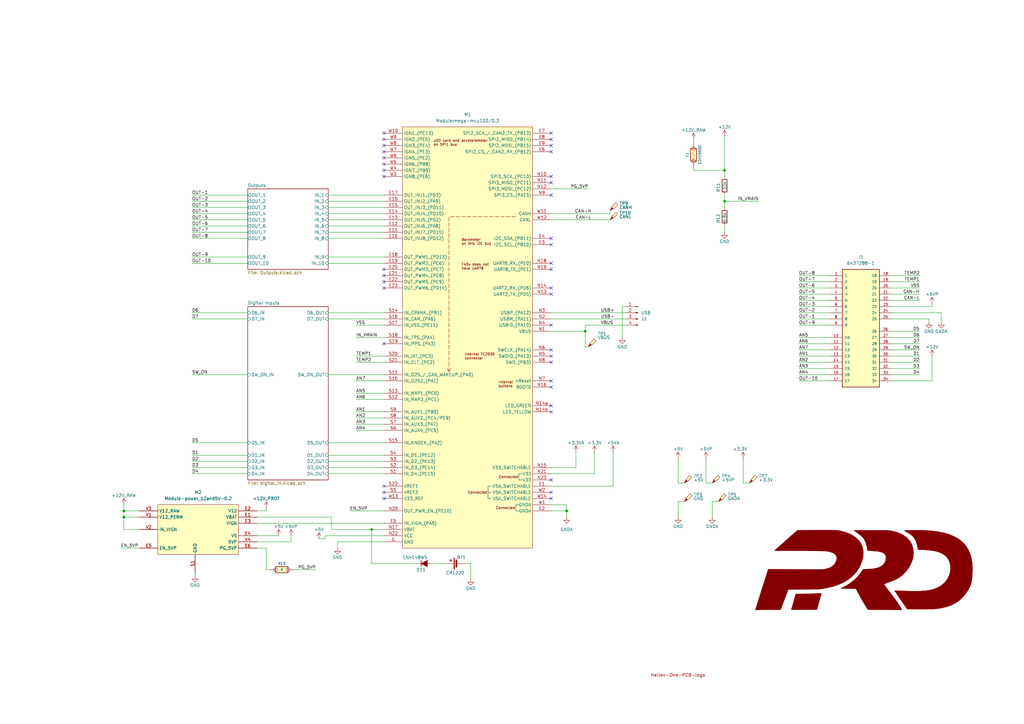
<source format=kicad_sch>
(kicad_sch (version 20230121) (generator eeschema)
  (paper "A3")
  (lib_symbols
    (symbol "6437288-1:6437288-1" (pin_names (offset 1.016))
      (property "Reference" "J" (at -7.8781 25.6875 0))
      (property "Value" "6437288-1" (at -8.3892 -24.9507 0))
      (symbol "6437288-1_0_0"
        (pin passive line (at -12.7 22.86 0) (length 5.08) (name "1") (number "1"))
        (pin passive line (at -12.7 -2.54 0) (length 5.08) (name "10") (number "10"))
        (pin passive line (at -12.7 -5.08 0) (length 5.08) (name "11") (number "11"))
        (pin passive line (at -12.7 -7.62 0) (length 5.08) (name "12") (number "12"))
        (pin passive line (at -12.7 -10.16 0) (length 5.08) (name "13") (number "13"))
        (pin passive line (at -12.7 -12.7 0) (length 5.08) (name "14") (number "14"))
        (pin passive line (at -12.7 -15.24 0) (length 5.08) (name "15") (number "15"))
        (pin passive line (at -12.7 -17.78 0) (length 5.08) (name "16") (number "16"))
        (pin passive line (at -12.7 -20.32 0) (length 5.08) (name "17") (number "17"))
        (pin passive line (at 12.7 22.86 180) (length 5.08) (name "18") (number "18"))
        (pin passive line (at 12.7 20.32 180) (length 5.08) (name "19") (number "19"))
        (pin passive line (at -12.7 20.32 0) (length 5.08) (name "2") (number "2"))
        (pin passive line (at 12.7 17.78 180) (length 5.08) (name "20") (number "20"))
        (pin passive line (at 12.7 15.24 180) (length 5.08) (name "21") (number "21"))
        (pin passive line (at 12.7 12.7 180) (length 5.08) (name "22") (number "22"))
        (pin passive line (at 12.7 10.16 180) (length 5.08) (name "23") (number "23"))
        (pin passive line (at 12.7 7.62 180) (length 5.08) (name "24") (number "24"))
        (pin passive line (at 12.7 5.08 180) (length 5.08) (name "25") (number "25"))
        (pin passive line (at 12.7 0 180) (length 5.08) (name "26") (number "26"))
        (pin passive line (at 12.7 -2.54 180) (length 5.08) (name "27") (number "27"))
        (pin passive line (at 12.7 -5.08 180) (length 5.08) (name "28") (number "28"))
        (pin passive line (at 12.7 -7.62 180) (length 5.08) (name "29") (number "29"))
        (pin passive line (at -12.7 17.78 0) (length 5.08) (name "3") (number "3"))
        (pin passive line (at 12.7 -10.16 180) (length 5.08) (name "30") (number "30"))
        (pin passive line (at 12.7 -12.7 180) (length 5.08) (name "31") (number "31"))
        (pin passive line (at 12.7 -15.24 180) (length 5.08) (name "32") (number "32"))
        (pin passive line (at 12.7 -17.78 180) (length 5.08) (name "33") (number "33"))
        (pin passive line (at 12.7 -20.32 180) (length 5.08) (name "34") (number "34"))
        (pin passive line (at -12.7 15.24 0) (length 5.08) (name "4") (number "4"))
        (pin passive line (at -12.7 12.7 0) (length 5.08) (name "5") (number "5"))
        (pin passive line (at -12.7 10.16 0) (length 5.08) (name "6") (number "6"))
        (pin passive line (at -12.7 7.62 0) (length 5.08) (name "7") (number "7"))
        (pin passive line (at -12.7 5.08 0) (length 5.08) (name "8") (number "8"))
        (pin passive line (at -12.7 2.54 0) (length 5.08) (name "9") (number "9"))
      )
    )
    (symbol "Connector:Conn_01x04_Pin" (pin_names (offset 1.016) hide)
      (property "Reference" "J" (at 0 5.08 0))
      (property "Value" "Conn_01x04_Pin" (at 0 -7.62 0))
      (symbol "Conn_01x04_Pin_1_1"
        (pin passive line (at 5.08 2.54 180) (length 3.81) (name "Pin_1") (number "1"))
        (pin passive line (at 5.08 0 180) (length 3.81) (name "Pin_2") (number "2"))
        (pin passive line (at 5.08 -2.54 180) (length 3.81) (name "Pin_3") (number "3"))
        (pin passive line (at 5.08 -5.08 180) (length 3.81) (name "Pin_4") (number "4"))
      )
    )
    (symbol "Connector:TestPoint_Probe" (pin_numbers hide) (pin_names (offset 0.762) hide)
      (property "Reference" "TP" (at 1.651 5.842 0))
      (property "Value" "TestPoint_Probe" (at 1.651 4.064 0))
      (symbol "TestPoint_Probe_1_1"
        (pin passive line (at 0 0 90) (length 0) (name "1") (number "1"))
      )
    )
    (symbol "Device:Battery_Cell" (pin_numbers hide) (pin_names (offset 0) hide)
      (property "Reference" "BT" (at 2.54 2.54 0))
      (property "Value" "Battery_Cell" (at 2.54 0 0))
      (symbol "Battery_Cell_1_1"
        (pin passive line (at 0 5.08 270) (length 2.54) (name "+") (number "1"))
        (pin passive line (at 0 -2.54 90) (length 2.54) (name "-") (number "2"))
      )
    )
    (symbol "Device:D_Filled" (pin_numbers hide) (pin_names (offset 1.016) hide)
      (property "Reference" "D" (at 0 2.54 0))
      (property "Value" "D_Filled" (at 0 -2.54 0))
      (symbol "D_Filled_1_1"
        (pin passive line (at -3.81 0 0) (length 2.54) (name "K") (number "1"))
        (pin passive line (at 3.81 0 180) (length 2.54) (name "A") (number "2"))
      )
    )
    (symbol "Device:R" (pin_numbers hide) (pin_names (offset 0))
      (property "Reference" "R" (at 2.032 0 90))
      (property "Value" "R" (at 0 0 90))
      (symbol "R_1_1"
        (pin passive line (at 0 3.81 270) (length 1.27) (name "~") (number "1"))
        (pin passive line (at 0 -3.81 90) (length 1.27) (name "~") (number "2"))
      )
    )
    (symbol "PRO_LOGO_FT:LOGO" (pin_names (offset 1.016)))
    (symbol "hellen-one-common:+12V_PROT" (power) (pin_names (offset 0))
      (property "Value" "+12V_PROT" (at 0 3.556 0))
      (symbol "+12V_PROT_1_1"
        (pin power_in line (at 0 0 90) (length 0) hide (name "+12V_PROT") (number "1"))
      )
    )
    (symbol "hellen-one-common:LOGO" (pin_names (offset 1.016))
      (symbol "LOGO_0_0"
        (text "" (at 35.56 6.35 0) (effects (font (size 1.27 1.27))))
        (text "Hellen-One-PCB-logo" (at 0 0 0) (effects (font (size 1.27 1.27))))
      )
    )
    (symbol "mega-mcu100:Module{colon}mega-mcu100/0.3"
      (property "Reference" "M100" (at 7.62 2.54 0))
      (property "Value" "Module:mega-mcu100/0.3" (at 7.62 -172.72 0))
      (symbol "Module{colon}mega-mcu100/0.3_1_0"
        (text "Barometer\non this I2C bus" (at 31.75 -44.45 0) (effects (font (size 1.016 1.016)) (justify left)))
        (text "Connected" (at 34.29 -147.32 0) (effects (font (size 1.016 1.016) italic) (justify left)))
        (text "Connected" (at 45.72 -153.67 0) (effects (font (size 1.016 1.016) italic) (justify left)))
        (text "Connected" (at 46.99 -140.97 0) (effects (font (size 1.016 1.016) italic) (justify left)))
        (text "F40x does not\nhave UART8" (at 31.75 -54.61 0) (effects (font (size 1.016 1.016)) (justify left)))
        (text "Internal\nbuttons" (at 46.99 -102.87 0) (effects (font (size 1.016 1.016)) (justify left)))
        (text "Internal TC2030\nconnector" (at 33.02 -91.44 0) (effects (font (size 1.016 1.016)) (justify left)))
        (text "uSD card and accelerometer \non SPI1 bus" (at 20.32 -3.81 0) (effects (font (size 1.016 1.016)) (justify left)))
        (pin passive line (at 68.58 -144.78 180) (length 7.62) (name "V5A_SWITCHABLE") (number "E1"))
        (pin passive line (at 0 -43.18 0) (length 7.62) (name "OUT_INJ8_(PD12)") (number "E10"))
        (pin passive line (at 0 -40.64 0) (length 7.62) (name "OUT_INJ7_(PD15)") (number "E11"))
        (pin passive line (at 0 -38.1 0) (length 7.62) (name "OUT_INJ6_(PA8)") (number "E12"))
        (pin passive line (at 0 -35.56 0) (length 7.62) (name "OUT_INJ5_(PD2)") (number "E13"))
        (pin passive line (at 0 -33.02 0) (length 7.62) (name "OUT_INJ4_(PD10)") (number "E14"))
        (pin passive line (at 0 -30.48 0) (length 7.62) (name "OUT_INJ3_(PD11)") (number "E15"))
        (pin passive line (at 0 -27.94 0) (length 7.62) (name "OUT_INJ2_(PA9)") (number "E16"))
        (pin passive line (at 0 -25.4 0) (length 7.62) (name "OUT_INJ1_(PD3)") (number "E17"))
        (pin passive line (at 0 -50.8 0) (length 7.62) (name "OUT_PWM1_(PD13)") (number "E18"))
        (pin passive line (at 0 -53.34 0) (length 7.62) (name "OUT_PWM2_(PC6)") (number "E19"))
        (pin passive line (at 68.58 -154.94 180) (length 7.62) (name "GNDA") (number "E2"))
        (pin passive line (at 0 -55.88 0) (length 7.62) (name "OUT_PWM3_(PC7)") (number "E20"))
        (pin passive line (at 0 -58.42 0) (length 7.62) (name "OUT_PWM4_(PC8)") (number "E21"))
        (pin passive line (at 0 -60.96 0) (length 7.62) (name "OUT_PWM5_(PC9)") (number "E22"))
        (pin passive line (at 0 -63.5 0) (length 7.62) (name "OUT_PWM6_(PD14)") (number "E23"))
        (pin passive line (at 68.58 -45.72 180) (length 7.62) (name "I2C_SCL_(PB10)") (number "E3"))
        (pin passive line (at 68.58 -43.18 180) (length 7.62) (name "I2C_SDA_(PB11)") (number "E4"))
        (pin passive line (at 0 -160.02 0) (length 7.62) (name "IN_VIGN_(PA5)") (number "E5"))
        (pin passive line (at 68.58 -7.62 180) (length 7.62) (name "SPI2_CS_/_CAN2_RX_(PB12)") (number "E6"))
        (pin passive line (at 68.58 0 180) (length 7.62) (name "SPI2_SCK_/_CAN2_TX_(PB13)") (number "E7"))
        (pin passive line (at 68.58 -2.54 180) (length 7.62) (name "SPI2_MISO_(PB14)") (number "E8"))
        (pin passive line (at 68.58 -5.08 180) (length 7.62) (name "SPI2_MOSI_(PB15)") (number "E9"))
        (pin passive line (at 0 -167.64 0) (length 7.62) (name "GND") (number "G"))
        (pin passive line (at 68.58 -81.28 180) (length 7.62) (name "VBUS") (number "N1"))
        (pin passive line (at 68.58 -17.78 180) (length 7.62) (name "SPI3_SCK_(PC10)") (number "N10"))
        (pin passive line (at 68.58 -20.32 180) (length 7.62) (name "SPI3_MISO_(PC11)") (number "N11"))
        (pin passive line (at 68.58 -22.86 180) (length 7.62) (name "SPI3_MOSI_(PC12)") (number "N12"))
        (pin passive line (at 68.58 -66.04 180) (length 7.62) (name "UART2_TX_(PD5)") (number "N13"))
        (pin passive line (at 68.58 -63.5 180) (length 7.62) (name "UART2_RX_(PD6)") (number "N14"))
        (pin passive line (at 68.58 -111.76 180) (length 7.62) (name "LED_GREEN") (number "N14a"))
        (pin passive line (at 68.58 -114.3 180) (length 7.62) (name "LED_YELLOW") (number "N14b"))
        (pin passive line (at 68.58 -137.16 180) (length 7.62) (name "V33_SWITCHABLE") (number "N15"))
        (pin passive line (at 68.58 -104.14 180) (length 7.62) (name "BOOT0") (number "N16"))
        (pin passive line (at 0 -162.56 0) (length 7.62) (name "VBAT") (number "N17"))
        (pin passive line (at 68.58 -53.34 180) (length 7.62) (name "UART8_RX_(PE0)") (number "N18"))
        (pin passive line (at 68.58 -55.88 180) (length 7.62) (name "UART8_TX_(PE1)") (number "N19"))
        (pin passive line (at 68.58 -76.2 180) (length 7.62) (name "USBM_(PA11)") (number "N2"))
        (pin passive line (at 0 -154.94 0) (length 7.62) (name "OUT_PWR_EN_(PE10)") (number "N20"))
        (pin passive line (at 68.58 -139.7 180) (length 7.62) (name "V33") (number "N21"))
        (pin passive line (at 0 -165.1 0) (length 7.62) (name "VCC") (number "N22"))
        (pin passive line (at 68.58 -142.24 180) (length 7.62) (name "V33") (number "N23"))
        (pin passive line (at 68.58 -73.66 180) (length 7.62) (name "USBP_(PA12)") (number "N3"))
        (pin passive line (at 68.58 -78.74 180) (length 7.62) (name "USBID_(PA10)") (number "N4"))
        (pin passive line (at 68.58 -91.44 180) (length 7.62) (name "SWDIO_(PA13)") (number "N5"))
        (pin passive line (at 68.58 -88.9 180) (length 7.62) (name "SWCLK_(PA14)") (number "N6"))
        (pin passive line (at 68.58 -101.6 180) (length 7.62) (name "nReset") (number "N7"))
        (pin passive line (at 68.58 -93.98 180) (length 7.62) (name "SWO_(PB3)") (number "N8"))
        (pin passive line (at 68.58 -25.4 180) (length 7.62) (name "SPI3_CS_(PA15)") (number "N9"))
        (pin passive line (at 0 -139.7 0) (length 7.62) (name "IN_D4_(PE15)") (number "S1"))
        (pin passive line (at 0 -101.6 0) (length 7.62) (name "IN_O2S2_(PA1)") (number "S10"))
        (pin passive line (at 0 -99.06 0) (length 7.62) (name "IN_O2S_/_CAN_WAKEUP_(PA0)") (number "S11"))
        (pin passive line (at 0 -109.22 0) (length 7.62) (name "IN_MAP2_(PC1)") (number "S12"))
        (pin passive line (at 0 -106.68 0) (length 7.62) (name "IN_MAP1_(PC0)") (number "S13"))
        (pin passive line (at 0 -73.66 0) (length 7.62) (name "IN_CRANK_(PB1)") (number "S14"))
        (pin passive line (at 0 -127 0) (length 7.62) (name "IN_KNOCK_(PA2)") (number "S15"))
        (pin passive line (at 0 -76.2 0) (length 7.62) (name "IN_CAM_(PA6)") (number "S16"))
        (pin passive line (at 0 -78.74 0) (length 7.62) (name "IN_VSS_(PE11)") (number "S17"))
        (pin passive line (at 0 -83.82 0) (length 7.62) (name "IN_TPS_(PA4)") (number "S18"))
        (pin passive line (at 0 -86.36 0) (length 7.62) (name "IN_PPS_(PA3)") (number "S19"))
        (pin passive line (at 0 -137.16 0) (length 7.62) (name "IN_D3_(PE14)") (number "S2"))
        (pin passive line (at 0 -91.44 0) (length 7.62) (name "IN_IAT_(PC3)") (number "S20"))
        (pin passive line (at 0 -93.98 0) (length 7.62) (name "IN_CLT_(PC2)") (number "S21"))
        (pin passive line (at 0 -144.78 0) (length 7.62) (name "VREF1") (number "S22"))
        (pin passive line (at 0 -134.62 0) (length 7.62) (name "IN_D2_(PE13)") (number "S3"))
        (pin passive line (at 0 -132.08 0) (length 7.62) (name "IN_D1_(PE12)") (number "S4"))
        (pin passive line (at 0 -147.32 0) (length 7.62) (name "VREF2") (number "S5"))
        (pin passive line (at 0 -121.92 0) (length 7.62) (name "IN_AUX4_(PC5)") (number "S6"))
        (pin passive line (at 0 -119.38 0) (length 7.62) (name "IN_AUX3_(PA7)") (number "S7"))
        (pin passive line (at 0 -116.84 0) (length 7.62) (name "IN_AUX2_(PC4/PE9)") (number "S8"))
        (pin passive line (at 0 -114.3 0) (length 7.62) (name "IN_AUX1_(PB0)") (number "S9"))
        (pin passive line (at 68.58 -152.4 180) (length 7.62) (name "GNDA") (number "W1"))
        (pin passive line (at 0 0 0) (length 7.62) (name "IGN1_(PC13)") (number "W10"))
        (pin passive line (at 68.58 -33.02 180) (length 7.62) (name "CANH") (number "W11"))
        (pin passive line (at 68.58 -35.56 180) (length 7.62) (name "CANL") (number "W12"))
        (pin passive line (at 0 -149.86 0) (length 7.62) (name "V33_REF") (number "W13"))
        (pin passive line (at 68.58 -149.86 180) (length 7.62) (name "V5A_SWITCHABLE") (number "W14"))
        (pin passive line (at 68.58 -147.32 180) (length 7.62) (name "V5A_SWITCHABLE") (number "W2"))
        (pin passive line (at 0 -17.78 0) (length 7.62) (name "IGN8_(PE6)") (number "W3"))
        (pin passive line (at 0 -15.24 0) (length 7.62) (name "IGN7_(PB9)") (number "W4"))
        (pin passive line (at 0 -12.7 0) (length 7.62) (name "IGN6_(PB8)") (number "W5"))
        (pin passive line (at 0 -10.16 0) (length 7.62) (name "IGN5_(PE2)") (number "W6"))
        (pin passive line (at 0 -7.62 0) (length 7.62) (name "IGN4_(PE3)") (number "W7"))
        (pin passive line (at 0 -5.08 0) (length 7.62) (name "IGN3_(PE4)") (number "W8"))
        (pin passive line (at 0 -2.54 0) (length 7.62) (name "IGN2_(PE5)") (number "W9"))
      )
    )
    (symbol "misc:+12V_RAW" (power) (pin_names (offset 0))
      (property "Value" "+12V_RAW" (at 0 3.556 0))
      (symbol "+12V_RAW_1_1"
        (pin power_in line (at 0 0 90) (length 0) hide (name "+12V_RAW") (number "1"))
      )
    )
    (symbol "misc:Fuse-Pad-Pad" (pin_numbers hide) (pin_names (offset 0.762) hide)
      (property "Reference" "F" (at 0 2.54 0))
      (symbol "Fuse-Pad-Pad_0_1"
        (pin passive line (at -5.08 0 0) (length 2.54) (name "1") (number "1"))
        (pin passive line (at 5.08 0 180) (length 2.54) (name "2") (number "2"))
      )
    )
    (symbol "misc:Jumper-Pad-Pad" (pin_numbers hide) (pin_names (offset 0.762) hide)
      (property "Reference" "R" (at 0 2.54 0))
      (symbol "Jumper-Pad-Pad_0_1"
        (pin passive line (at -5.08 0 0) (length 2.54) (name "1") (number "1"))
        (pin passive line (at 5.08 0 180) (length 2.54) (name "2") (number "2"))
      )
    )
    (symbol "power:+12V" (power) (pin_names (offset 0))
      (property "Value" "+12V" (at 0 3.556 0))
      (symbol "+12V_1_1"
        (pin power_in line (at 0 0 90) (length 0) hide (name "+12V") (number "1"))
      )
    )
    (symbol "power:+3.3V" (power) (pin_names (offset 0))
      (property "Value" "+3.3V" (at 0 3.556 0))
      (symbol "+3.3V_1_1"
        (pin power_in line (at 0 0 90) (length 0) hide (name "+3.3V") (number "1"))
      )
    )
    (symbol "power:+3.3VA" (power) (pin_names (offset 0))
      (property "Value" "+3.3VA" (at 0 3.556 0))
      (symbol "+3.3VA_1_1"
        (pin power_in line (at 0 0 90) (length 0) hide (name "+3.3VA") (number "1"))
      )
    )
    (symbol "power:+5V" (power) (pin_names (offset 0))
      (property "Value" "+5V" (at 0 3.556 0))
      (symbol "+5V_1_1"
        (pin power_in line (at 0 0 90) (length 0) hide (name "+5V") (number "1"))
      )
    )
    (symbol "power:+5VA" (power) (pin_names (offset 0))
      (property "Value" "+5VA" (at 0 3.556 0))
      (symbol "+5VA_1_1"
        (pin power_in line (at 0 0 90) (length 0) hide (name "+5VA") (number "1"))
      )
    )
    (symbol "power:+5VP" (power) (pin_names (offset 0))
      (property "Value" "+5VP" (at 0 3.556 0))
      (symbol "+5VP_1_1"
        (pin power_in line (at 0 0 90) (length 0) hide (name "+5VP") (number "1"))
      )
    )
    (symbol "power:GND" (power) (pin_names (offset 0))
      (property "Value" "GND" (at 0 -3.81 0))
      (symbol "GND_1_1"
        (pin power_in line (at 0 0 270) (length 0) hide (name "GND") (number "1"))
      )
    )
    (symbol "power:GNDA" (power) (pin_names (offset 0))
      (property "Value" "GNDA" (at 0 -3.81 0))
      (symbol "GNDA_1_1"
        (pin power_in line (at 0 0 270) (length 0) hide (name "GNDA") (number "1"))
      )
    )
    (symbol "power_12and5V:Module-power_12and5V-0.2"
      (property "Reference" "M" (at 1.27 1.27 0))
      (property "Value" "Module-power_12and5V-0.2" (at -1.27 3.81 0))
      (symbol "Module-power_12and5V-0.2_1_0"
        (pin passive line (at 40.64 -5.08 180) (length 7.62) (name "VBAT") (number "E1"))
        (pin passive line (at 40.64 -2.54 180) (length 7.62) (name "V12") (number "E2"))
        (pin passive line (at 40.64 -7.62 180) (length 7.62) (name "VIGN") (number "E3"))
        (pin passive line (at 40.64 -12.7 180) (length 7.62) (name "V5") (number "E4"))
        (pin passive line (at -7.62 -17.78 0) (length 7.62) (name "EN_5VP") (number "E5"))
        (pin passive line (at 40.64 -17.78 180) (length 7.62) (name "PG_5VP") (number "E6"))
        (pin passive line (at 15.24 -27.94 90) (length 7.62) (name "GND") (number "S1"))
        (pin passive line (at -7.62 -5.08 0) (length 7.62) (name "V12_PERM") (number "V1"))
        (pin passive line (at -7.62 -10.16 0) (length 7.62) (name "IN_VIGN") (number "V2"))
        (pin passive line (at -7.62 -2.54 0) (length 7.62) (name "V12_RAW") (number "V3"))
        (pin passive line (at 40.64 -15.24 180) (length 7.62) (name "5VP") (number "V4"))
      )
    )
  )
  (junction (at 50.8 212.09))
  (junction (at 297.18 82.55))
  (junction (at 152.4 217.17))
  (junction (at 297.18 69.85))
  (junction (at 50.8 209.55))
  (junction (at 240.03 135.89))
  (junction (at 232.41 209.55))
  (no_connect (at 226.06 158.75))
  (no_connect (at 226.06 57.15))
  (no_connect (at 157.48 201.93))
  (no_connect (at 157.48 110.49))
  (no_connect (at 157.48 69.85))
  (no_connect (at 226.06 204.47))
  (no_connect (at 226.06 146.05))
  (no_connect (at 226.06 97.79))
  (no_connect (at 157.48 72.39))
  (no_connect (at 157.48 204.47))
  (no_connect (at 157.48 62.23))
  (no_connect (at 226.06 59.69))
  (no_connect (at 157.48 118.11))
  (no_connect (at 226.06 74.93))
  (no_connect (at 226.06 156.21))
  (no_connect (at 226.06 201.93))
  (no_connect (at 226.06 107.95))
  (no_connect (at 226.06 168.91))
  (no_connect (at 157.48 67.31))
  (no_connect (at 226.06 62.23))
  (no_connect (at 226.06 148.59))
  (no_connect (at 226.06 72.39))
  (no_connect (at 226.06 120.65))
  (no_connect (at 226.06 80.01))
  (no_connect (at 226.06 54.61))
  (no_connect (at 157.48 115.57))
  (no_connect (at 157.48 59.69))
  (no_connect (at 157.48 140.97))
  (no_connect (at 226.06 166.37))
  (no_connect (at 226.06 133.35))
  (no_connect (at 226.06 143.51))
  (no_connect (at 157.48 54.61))
  (no_connect (at 157.48 57.15))
  (no_connect (at 226.06 100.33))
  (no_connect (at 157.48 199.39))
  (no_connect (at 157.48 64.77))
  (no_connect (at 226.06 118.11))
  (no_connect (at 157.48 113.03))
  (no_connect (at 226.06 196.85))
  (no_connect (at 226.06 110.49))
  (wire (pts (xy 170.18 231.14) (xy 152.4 231.14)))
  (wire (pts (xy 327.66 148.59) (xy 340.36 148.59)))
  (wire (pts (xy 146.05 173.99) (xy 157.48 173.99)))
  (wire (pts (xy 146.05 133.35) (xy 157.48 133.35)))
  (wire (pts (xy 78.74 191.77) (xy 101.6 191.77)))
  (wire (pts (xy 365.76 113.03) (xy 377.19 113.03)))
  (wire (pts (xy 292.1 205.74) (xy 294.64 205.74)))
  (wire (pts (xy 134.62 92.71) (xy 157.48 92.71)))
  (wire (pts (xy 78.74 95.25) (xy 101.6 95.25)))
  (wire (pts (xy 327.66 130.81) (xy 340.36 130.81)))
  (wire (pts (xy 78.74 105.41) (xy 101.6 105.41)))
  (wire (pts (xy 365.76 115.57) (xy 377.19 115.57)))
  (wire (pts (xy 105.41 214.63) (xy 157.48 214.63)))
  (wire (pts (xy 226.06 209.55) (xy 232.41 209.55)))
  (wire (pts (xy 226.06 77.47) (xy 241.3 77.47)))
  (wire (pts (xy 327.66 138.43) (xy 340.36 138.43)))
  (wire (pts (xy 134.62 85.09) (xy 157.48 85.09)))
  (wire (pts (xy 307.34 198.12) (xy 304.8 198.12)))
  (wire (pts (xy 146.05 138.43) (xy 157.48 138.43)))
  (wire (pts (xy 365.76 125.73) (xy 382.27 125.73)))
  (wire (pts (xy 327.66 146.05) (xy 340.36 146.05)))
  (wire (pts (xy 365.76 123.19) (xy 377.19 123.19)))
  (wire (pts (xy 278.13 205.74) (xy 280.67 205.74)))
  (wire (pts (xy 152.4 217.17) (xy 157.48 217.17)))
  (wire (pts (xy 365.76 120.65) (xy 377.19 120.65)))
  (wire (pts (xy 193.04 231.14) (xy 193.04 237.49)))
  (wire (pts (xy 327.66 151.13) (xy 340.36 151.13)))
  (wire (pts (xy 133.35 220.98) (xy 133.35 219.71)))
  (wire (pts (xy 297.18 80.01) (xy 297.18 82.55)))
  (wire (pts (xy 134.62 90.17) (xy 157.48 90.17)))
  (wire (pts (xy 365.76 153.67) (xy 377.19 153.67)))
  (wire (pts (xy 78.74 130.81) (xy 101.6 130.81)))
  (wire (pts (xy 327.66 115.57) (xy 340.36 115.57)))
  (wire (pts (xy 365.76 143.51) (xy 377.19 143.51)))
  (wire (pts (xy 78.74 153.67) (xy 101.6 153.67)))
  (wire (pts (xy 134.62 128.27) (xy 157.48 128.27)))
  (wire (pts (xy 365.76 130.81) (xy 381 130.81)))
  (wire (pts (xy 105.41 212.09) (xy 135.89 212.09)))
  (wire (pts (xy 109.22 224.79) (xy 105.41 224.79)))
  (wire (pts (xy 284.48 68.58) (xy 284.48 69.85)))
  (wire (pts (xy 327.66 113.03) (xy 340.36 113.03)))
  (wire (pts (xy 105.41 209.55) (xy 109.22 209.55)))
  (wire (pts (xy 134.62 87.63) (xy 157.48 87.63)))
  (wire (pts (xy 365.76 148.59) (xy 377.19 148.59)))
  (wire (pts (xy 365.76 151.13) (xy 377.19 151.13)))
  (wire (pts (xy 135.89 217.17) (xy 152.4 217.17)))
  (wire (pts (xy 177.8 231.14) (xy 182.88 231.14)))
  (wire (pts (xy 289.56 198.12) (xy 289.56 187.96)))
  (wire (pts (xy 226.06 130.81) (xy 256.54 130.81)))
  (wire (pts (xy 146.05 171.45) (xy 157.48 171.45)))
  (wire (pts (xy 226.06 191.77) (xy 236.22 191.77)))
  (wire (pts (xy 365.76 138.43) (xy 377.19 138.43)))
  (wire (pts (xy 78.74 90.17) (xy 101.6 90.17)))
  (wire (pts (xy 327.66 140.97) (xy 340.36 140.97)))
  (wire (pts (xy 297.18 92.71) (xy 297.18 95.25)))
  (wire (pts (xy 50.8 209.55) (xy 57.15 209.55)))
  (wire (pts (xy 251.46 199.39) (xy 251.46 185.42)))
  (wire (pts (xy 78.74 186.69) (xy 101.6 186.69)))
  (wire (pts (xy 327.66 133.35) (xy 340.36 133.35)))
  (wire (pts (xy 105.41 219.71) (xy 114.3 219.71)))
  (wire (pts (xy 327.66 156.21) (xy 340.36 156.21)))
  (wire (pts (xy 143.51 209.55) (xy 157.48 209.55)))
  (wire (pts (xy 146.05 176.53) (xy 157.48 176.53)))
  (wire (pts (xy 78.74 92.71) (xy 101.6 92.71)))
  (wire (pts (xy 152.4 217.17) (xy 152.4 231.14)))
  (wire (pts (xy 78.74 87.63) (xy 101.6 87.63)))
  (wire (pts (xy 78.74 82.55) (xy 101.6 82.55)))
  (wire (pts (xy 130.81 220.98) (xy 133.35 220.98)))
  (wire (pts (xy 255.27 125.73) (xy 256.54 125.73)))
  (wire (pts (xy 226.06 87.63) (xy 250.19 87.63)))
  (wire (pts (xy 134.62 95.25) (xy 157.48 95.25)))
  (wire (pts (xy 57.15 217.17) (xy 50.8 217.17)))
  (wire (pts (xy 241.3 142.24) (xy 240.03 142.24)))
  (wire (pts (xy 50.8 212.09) (xy 50.8 209.55)))
  (wire (pts (xy 255.27 125.73) (xy 255.27 138.43)))
  (wire (pts (xy 236.22 191.77) (xy 236.22 185.42)))
  (wire (pts (xy 134.62 153.67) (xy 157.48 153.67)))
  (wire (pts (xy 386.08 128.27) (xy 386.08 132.08)))
  (wire (pts (xy 134.62 107.95) (xy 157.48 107.95)))
  (wire (pts (xy 109.22 233.68) (xy 110.49 233.68)))
  (wire (pts (xy 50.8 212.09) (xy 57.15 212.09)))
  (wire (pts (xy 190.5 231.14) (xy 193.04 231.14)))
  (wire (pts (xy 226.06 199.39) (xy 251.46 199.39)))
  (wire (pts (xy 135.89 212.09) (xy 135.89 217.17)))
  (wire (pts (xy 80.01 234.95) (xy 80.01 236.22)))
  (wire (pts (xy 365.76 146.05) (xy 377.19 146.05)))
  (wire (pts (xy 78.74 189.23) (xy 101.6 189.23)))
  (wire (pts (xy 134.62 82.55) (xy 157.48 82.55)))
  (wire (pts (xy 240.03 133.35) (xy 240.03 135.89)))
  (wire (pts (xy 292.1 198.12) (xy 289.56 198.12)))
  (wire (pts (xy 226.06 207.01) (xy 232.41 207.01)))
  (wire (pts (xy 119.38 222.25) (xy 119.38 219.71)))
  (wire (pts (xy 50.8 209.55) (xy 50.8 207.01)))
  (wire (pts (xy 297.18 69.85) (xy 297.18 72.39)))
  (wire (pts (xy 243.84 194.31) (xy 243.84 185.42)))
  (wire (pts (xy 134.62 130.81) (xy 157.48 130.81)))
  (wire (pts (xy 109.22 209.55) (xy 109.22 208.28)))
  (wire (pts (xy 365.76 140.97) (xy 377.19 140.97)))
  (wire (pts (xy 146.05 163.83) (xy 157.48 163.83)))
  (wire (pts (xy 240.03 133.35) (xy 256.54 133.35)))
  (wire (pts (xy 327.66 143.51) (xy 340.36 143.51)))
  (wire (pts (xy 278.13 198.12) (xy 280.67 198.12)))
  (wire (pts (xy 382.27 125.73) (xy 382.27 124.46)))
  (wire (pts (xy 327.66 120.65) (xy 340.36 120.65)))
  (wire (pts (xy 78.74 128.27) (xy 101.6 128.27)))
  (wire (pts (xy 57.15 224.79) (xy 49.53 224.79)))
  (wire (pts (xy 78.74 97.79) (xy 101.6 97.79)))
  (wire (pts (xy 146.05 148.59) (xy 157.48 148.59)))
  (wire (pts (xy 365.76 128.27) (xy 386.08 128.27)))
  (wire (pts (xy 134.62 191.77) (xy 157.48 191.77)))
  (wire (pts (xy 240.03 135.89) (xy 240.03 142.24)))
  (wire (pts (xy 134.62 80.01) (xy 157.48 80.01)))
  (wire (pts (xy 297.18 55.88) (xy 297.18 69.85)))
  (wire (pts (xy 146.05 146.05) (xy 157.48 146.05)))
  (wire (pts (xy 226.06 90.17) (xy 250.19 90.17)))
  (wire (pts (xy 327.66 128.27) (xy 340.36 128.27)))
  (wire (pts (xy 381 130.81) (xy 381 132.08)))
  (wire (pts (xy 105.41 222.25) (xy 119.38 222.25)))
  (wire (pts (xy 157.48 222.25) (xy 138.43 222.25)))
  (wire (pts (xy 278.13 187.96) (xy 278.13 198.12)))
  (wire (pts (xy 50.8 217.17) (xy 50.8 212.09)))
  (wire (pts (xy 134.62 194.31) (xy 157.48 194.31)))
  (wire (pts (xy 226.06 135.89) (xy 240.03 135.89)))
  (wire (pts (xy 109.22 224.79) (xy 109.22 233.68)))
  (wire (pts (xy 146.05 161.29) (xy 157.48 161.29)))
  (wire (pts (xy 78.74 107.95) (xy 101.6 107.95)))
  (wire (pts (xy 304.8 198.12) (xy 304.8 187.96)))
  (wire (pts (xy 250.19 86.36) (xy 250.19 87.63)))
  (wire (pts (xy 232.41 207.01) (xy 232.41 209.55)))
  (wire (pts (xy 327.66 125.73) (xy 340.36 125.73)))
  (wire (pts (xy 134.62 181.61) (xy 157.48 181.61)))
  (wire (pts (xy 134.62 105.41) (xy 157.48 105.41)))
  (wire (pts (xy 292.1 205.74) (xy 292.1 212.09)))
  (wire (pts (xy 284.48 57.15) (xy 284.48 58.42)))
  (wire (pts (xy 365.76 156.21) (xy 382.27 156.21)))
  (wire (pts (xy 365.76 118.11) (xy 377.19 118.11)))
  (wire (pts (xy 78.74 194.31) (xy 101.6 194.31)))
  (wire (pts (xy 297.18 82.55) (xy 311.15 82.55)))
  (wire (pts (xy 226.06 128.27) (xy 256.54 128.27)))
  (wire (pts (xy 120.65 233.68) (xy 129.54 233.68)))
  (wire (pts (xy 284.48 69.85) (xy 297.18 69.85)))
  (wire (pts (xy 297.18 82.55) (xy 297.18 85.09)))
  (wire (pts (xy 365.76 135.89) (xy 377.19 135.89)))
  (wire (pts (xy 327.66 153.67) (xy 340.36 153.67)))
  (wire (pts (xy 226.06 194.31) (xy 243.84 194.31)))
  (wire (pts (xy 133.35 219.71) (xy 157.48 219.71)))
  (wire (pts (xy 78.74 80.01) (xy 101.6 80.01)))
  (wire (pts (xy 134.62 97.79) (xy 157.48 97.79)))
  (wire (pts (xy 382.27 156.21) (xy 382.27 146.05)))
  (wire (pts (xy 327.66 118.11) (xy 340.36 118.11)))
  (wire (pts (xy 232.41 209.55) (xy 232.41 212.09)))
  (wire (pts (xy 146.05 156.21) (xy 157.48 156.21)))
  (wire (pts (xy 327.66 123.19) (xy 340.36 123.19)))
  (wire (pts (xy 278.13 205.74) (xy 278.13 212.09)))
  (wire (pts (xy 78.74 85.09) (xy 101.6 85.09)))
  (wire (pts (xy 78.74 181.61) (xy 101.6 181.61)))
  (wire (pts (xy 146.05 168.91) (xy 157.48 168.91)))
  (wire (pts (xy 134.62 186.69) (xy 157.48 186.69)))
  (wire (pts (xy 138.43 222.25) (xy 138.43 224.79)))
  (wire (pts (xy 134.62 189.23) (xy 157.48 189.23)))
  (label "OUT-7" (at 327.66 115.57 0))
  (label "OUT-9" (at 78.74 105.41 0))
  (label "D6" (at 78.74 128.27 0))
  (label "OUT-8" (at 327.66 113.03 0))
  (label "TEMP1" (at 377.19 115.57 180))
  (label "EN_5VP" (at 143.51 209.55 0))
  (label "SW_ON" (at 78.74 153.67 0))
  (label "AN3" (at 146.05 173.99 0))
  (label "OUT-1" (at 327.66 130.81 0))
  (label "OUT-4" (at 327.66 123.19 0))
  (label "IN_VMAIN" (at 311.15 82.55 180))
  (label "SW_ON" (at 377.19 143.51 180))
  (label "CAN-L" (at 377.19 123.19 180))
  (label "AN4" (at 327.66 153.67 0))
  (label "OUT-5" (at 78.74 90.17 0))
  (label "OUT-5" (at 327.66 120.65 0))
  (label "OUT-2" (at 78.74 82.55 0))
  (label "AN4" (at 146.05 176.53 0))
  (label "PG_5VP" (at 241.3 77.47 180))
  (label "D4" (at 78.74 194.31 0))
  (label "AN6" (at 146.05 163.83 0))
  (label "AN5" (at 146.05 161.29 0))
  (label "VBUS" (at 246.38 133.35 0))
  (label "OUT-9" (at 327.66 133.35 0))
  (label "OUT-10" (at 78.74 107.95 0))
  (label "VSS" (at 377.19 118.11 180))
  (label "D7" (at 78.74 130.81 0))
  (label "TEMP2" (at 146.05 148.59 0))
  (label "TEMP2" (at 377.19 113.03 180))
  (label "OUT-10" (at 327.66 156.21 0))
  (label "D4" (at 377.19 153.67 180))
  (label "D3" (at 377.19 151.13 180))
  (label "D1" (at 377.19 146.05 180))
  (label "PG_5VP" (at 129.54 233.68 180))
  (label "CAN-H" (at 377.19 120.65 180))
  (label "AN2" (at 146.05 171.45 0))
  (label "OUT-1" (at 78.74 80.01 0))
  (label "D2" (at 78.74 189.23 0))
  (label "AN3" (at 327.66 151.13 0))
  (label "D7" (at 377.19 140.97 180))
  (label "D2" (at 377.19 148.59 180))
  (label "AN1" (at 327.66 146.05 0))
  (label "OUT-6" (at 327.66 118.11 0))
  (label "TEMP1" (at 146.05 146.05 0))
  (label "USB+" (at 246.38 128.27 0))
  (label "OUT-3" (at 78.74 85.09 0))
  (label "CAN-H" (at 242.57 87.63 180))
  (label "AN7" (at 146.05 156.21 0))
  (label "OUT-2" (at 327.66 128.27 0))
  (label "CAN-L" (at 242.57 90.17 180))
  (label "D3" (at 78.74 191.77 0))
  (label "D1" (at 78.74 186.69 0))
  (label "EN_5VP" (at 49.53 224.79 0))
  (label "D5" (at 78.74 181.61 0))
  (label "VSS" (at 146.05 133.35 0))
  (label "OUT-3" (at 327.66 125.73 0))
  (label "AN1" (at 146.05 168.91 0))
  (label "AN6" (at 327.66 140.97 0))
  (label "USB-" (at 246.38 130.81 0))
  (label "OUT-4" (at 78.74 87.63 0))
  (label "D5" (at 377.19 135.89 180))
  (label "AN7" (at 327.66 143.51 0))
  (label "OUT-7" (at 78.74 95.25 0))
  (label "OUT-8" (at 78.74 97.79 0))
  (label "OUT-6" (at 78.74 92.71 0))
  (label "D6" (at 377.19 138.43 180))
  (label "AN5" (at 327.66 138.43 0))
  (label "AN2" (at 327.66 148.59 0))
  (label "IN_VMAIN" (at 146.05 138.43 0))
  (symbol (lib_id "Connector:TestPoint_Probe") (at 294.64 205.74 0) (unit 1)
    (property "Reference" "TP5" (at 298.45 202.8825 0) (effects (justify left)))
    (property "Value" "GNDA" (at 298.45 204.47 0) (effects (justify left)))
    (property "Footprint" "TestPoint:TestPoint_Pad_D1.0mm" (effects hide))
  )
  (symbol (lib_id "Connector:Conn_01x04_Pin") (at 261.62 128.27 0) (mirror y) (unit 1)
    (property "Reference" "J2" (at 262.89 130.81 0) (effects (justify right)))
    (property "Value" "USB" (at 262.89 128.27 0) (effects (justify right)))
    (property "Footprint" "Connector_JST:JST_PH_B4B-PH-K_1x04_P2.00mm_Vertical" (effects hide))
    (property "LCSC" "C5305780" (effects hide))
  )
  (symbol (lib_id "power:GNDA") (at 292.1 212.09 0) (unit 1)
    (property "Reference" "#PWR044" (effects hide))
    (property "Value" "GNDA" (at 292.1 215.9 0))
  )
  (symbol (lib_id "power:GND") (at 193.04 237.49 0) (unit 1)
    (property "Reference" "#PWR035" (effects hide))
    (property "Value" "GND" (at 193.04 241.3 0))
  )
  (symbol (lib_id "power:GND") (at 80.01 236.22 0) (unit 1)
    (property "Reference" "#PWR030" (effects hide))
    (property "Value" "GND" (at 80.01 240.03 0))
  )
  (symbol (lib_id "Device:R") (at 297.18 76.2 180) (unit 1)
    (property "Reference" "R11" (at 294.64 74.93 90) (effects (justify left)))
    (property "Value" "33k" (at 297.2308 74.3458 90) (effects (justify left)))
    (property "Footprint" "Hellen:R0603" (effects hide))
    (property "LCSC" "C4216" (effects hide))
  )
  (symbol (lib_id "power:GNDA") (at 386.08 132.08 0) (unit 1)
    (property "Reference" "#PWR070" (effects hide))
    (property "Value" "GNDA" (at 386.08 135.89 0))
  )
  (symbol (lib_id "power:+5V") (at 114.3 219.71 0) (unit 1)
    (property "Reference" "#PWR031" (effects hide))
    (property "Value" "+5V" (at 114.3 215.9 0))
  )
  (symbol (lib_id "PRO_LOGO_FT:LOGO") (at 354.33 233.68 0) (unit 1)
    (property "Reference" "#G1" (effects hide))
    (property "Value" "LOGO" (effects hide))
    (property "Footprint" "PRO_LOGO:PRO_LOGO" (effects hide))
  )
  (symbol (lib_id "Connector:TestPoint_Probe") (at 292.1 198.12 0) (unit 1)
    (property "Reference" "TP4" (at 295.91 195.2625 0) (effects (justify left)))
    (property "Value" "+5VP" (at 295.91 196.85 0) (effects (justify left)))
    (property "Footprint" "TestPoint:TestPoint_Pad_D1.0mm" (effects hide))
  )
  (symbol (lib_id "Connector:TestPoint_Probe") (at 241.3 142.24 0) (unit 1)
    (property "Reference" "TP1" (at 245.11 136.8425 0) (effects (justify left)))
    (property "Value" "VBUS" (at 245.11 138.43 0) (effects (justify left)))
    (property "Footprint" "TestPoint:TestPoint_Pad_D1.0mm" (effects hide))
  )
  (symbol (lib_id "power:+5VP") (at 382.27 124.46 0) (unit 1)
    (property "Reference" "#PWR068" (effects hide))
    (property "Value" "+5VP" (at 382.27 120.65 0))
  )
  (symbol (lib_id "Device:Battery_Cell") (at 187.96 231.14 90) (unit 1)
    (property "Reference" "BT1" (at 189.23 228.6 90))
    (property "Value" "CR1220" (at 186.69 234.95 90))
    (property "Footprint" "Hellen:CR1220-2" (effects hide))
    (property "LCSC" "C70381" (effects hide))
  )
  (symbol (lib_id "power:+5V") (at 278.13 187.96 0) (unit 1)
    (property "Reference" "#PWR041" (effects hide))
    (property "Value" "+5V" (at 278.13 184.15 0))
  )
  (symbol (lib_id "Device:R") (at 297.18 88.9 180) (unit 1)
    (property "Reference" "R12" (at 294.64 87.63 90) (effects (justify left)))
    (property "Value" "6.8k" (at 297.2308 87.0458 90) (effects (justify left)))
    (property "Footprint" "Hellen:R0603" (effects hide))
    (property "LCSC" "C23212" (effects hide))
  )
  (symbol (lib_id "power:GND") (at 381 132.08 0) (unit 1)
    (property "Reference" "#PWR069" (effects hide))
    (property "Value" "GND" (at 381 135.89 0))
  )
  (symbol (lib_id "misc:Fuse-Pad-Pad") (at 284.48 63.5 90) (unit 1)
    (property "Reference" "F1" (at 281.94 63.5 0) (effects (font (size 1.016 1.016))))
    (property "Value" "12H1500D" (at 287.02 63.5 0) (effects (font (size 1.016 1.016))))
    (property "Footprint" "Hellen:PAD-1206-PAD" (effects hide))
    (property "LCSC" "C182446" (effects hide))
  )
  (symbol (lib_id "Device:D_Filled") (at 173.99 231.14 0) (unit 1)
    (property "Reference" "D11" (at 172.72 233.68 0))
    (property "Value" "1N4148WS" (at 170.18 228.6 0))
    (property "Footprint" "Hellen:SOD-323" (effects hide))
    (property "Sim.Device" "D" (effects hide))
    (property "Sim.Pins" "1=K 2=A" (effects hide))
    (property "LCSC" "C2128" (effects hide))
  )
  (symbol (lib_id "Connector:TestPoint_Probe") (at 280.67 198.12 0) (unit 1)
    (property "Reference" "TP2" (at 284.48 195.2625 0) (effects (justify left)))
    (property "Value" "+5V" (at 284.48 196.85 0) (effects (justify left)))
    (property "Footprint" "TestPoint:TestPoint_Pad_D1.0mm" (effects hide))
  )
  (symbol (lib_id "power:GNDA") (at 232.41 212.09 0) (unit 1)
    (property "Reference" "#PWR039" (effects hide))
    (property "Value" "GNDA" (at 232.41 217.17 0))
  )
  (symbol (lib_id "misc:+12V_RAW") (at 50.8 207.01 0) (unit 1)
    (property "Reference" "#PWR029" (effects hide))
    (property "Value" "+12V_RAW" (at 50.8 203.2 0))
  )
  (symbol (lib_id "power:+5VP") (at 289.56 187.96 0) (unit 1)
    (property "Reference" "#PWR043" (effects hide))
    (property "Value" "+5VP" (at 289.56 184.15 0))
  )
  (symbol (lib_id "power:GND") (at 255.27 138.43 0) (unit 1)
    (property "Reference" "#PWR040" (effects hide))
    (property "Value" "GND" (at 255.27 142.24 0))
  )
  (symbol (lib_id "power:+3.3V") (at 304.8 187.96 0) (unit 1)
    (property "Reference" "#PWR046" (effects hide))
    (property "Value" "+3.3V" (at 303.53 184.15 0))
  )
  (symbol (lib_id "Connector:TestPoint_Probe") (at 250.19 90.17 0) (unit 1)
    (property "Reference" "TP10" (at 254 87.3125 0) (effects (justify left)))
    (property "Value" "CANL" (at 254 88.9 0) (effects (justify left)))
    (property "Footprint" "TestPoint:TestPoint_Pad_D1.0mm" (effects hide))
  )
  (symbol (lib_id "power:+12V") (at 297.18 55.88 0) (unit 1)
    (property "Reference" "#PWR026" (effects hide))
    (property "Value" "+12V" (at 297.18 52.07 0))
  )
  (symbol (lib_id "misc:+12V_RAW") (at 284.48 57.15 0) (unit 1)
    (property "Reference" "#PWR028" (effects hide))
    (property "Value" "+12V_RAW" (at 284.48 53.34 0))
  )
  (symbol (lib_id "power:+3.3VA") (at 236.22 185.42 0) (unit 1)
    (property "Reference" "#PWR036" (effects hide))
    (property "Value" "+3.3VA" (at 236.22 181.61 0))
  )
  (symbol (lib_id "misc:Jumper-Pad-Pad") (at 115.57 233.68 0) (unit 1)
    (property "Reference" "R13" (at 115.57 231.14 0) (effects (font (size 1.016 1.016))))
    (property "Value" "0" (at 115.57 233.68 0) (effects (font (size 1.016 1.016))))
    (property "Footprint" "Hellen:R0805" (effects hide))
    (property "LCSC" "C17477" (effects hide))
  )
  (symbol (lib_id "Connector:TestPoint_Probe") (at 307.34 198.12 0) (unit 1)
    (property "Reference" "TP7" (at 311.15 195.2625 0) (effects (justify left)))
    (property "Value" "+3.3V" (at 311.15 196.85 0) (effects (justify left)))
    (property "Footprint" "TestPoint:TestPoint_Pad_D1.0mm" (effects hide))
  )
  (symbol (lib_id "power:+5V") (at 130.81 220.98 0) (unit 1)
    (property "Reference" "#PWR033" (effects hide))
    (property "Value" "+5V" (at 130.81 217.17 0))
  )
  (symbol (lib_id "hellen-one-common:+12V_PROT") (at 109.22 208.28 0) (unit 1)
    (property "Reference" "#PWR048" (effects hide))
    (property "Value" "+12V_PROT" (at 109.22 204.47 0))
  )
  (symbol (lib_id "hellen-one-common:LOGO") (at 278.13 276.86 0) (unit 1)
    (property "Reference" "G1" (effects hide))
    (property "Value" "LOGO" (effects hide))
    (property "Footprint" "Hellen:LOGO" (effects hide))
  )
  (symbol (lib_id "power:+3.3V") (at 243.84 185.42 0) (unit 1)
    (property "Reference" "#PWR037" (effects hide))
    (property "Value" "+3.3V" (at 243.84 181.61 0))
  )
  (symbol (lib_id "power:GND") (at 297.18 95.25 0) (unit 1)
    (property "Reference" "#PWR027" (effects hide))
    (property "Value" "GND" (at 297.18 99.06 0))
  )
  (symbol (lib_id "power:+5VA") (at 251.46 185.42 0) (unit 1)
    (property "Reference" "#PWR038" (effects hide))
    (property "Value" "+5VA" (at 251.46 181.61 0))
  )
  (symbol (lib_id "Connector:TestPoint_Probe") (at 250.19 86.36 0) (unit 1)
    (property "Reference" "TP9" (at 254 83.5025 0) (effects (justify left)))
    (property "Value" "CANH" (at 254 85.09 0) (effects (justify left)))
    (property "Footprint" "TestPoint:TestPoint_Pad_D1.0mm" (effects hide))
  )
  (symbol (lib_id "power:+5VP") (at 119.38 219.71 0) (unit 1)
    (property "Reference" "#PWR032" (effects hide))
    (property "Value" "+5VP" (at 119.38 215.9 0))
  )
  (symbol (lib_id "mega-mcu100:Module{colon}mega-mcu100/0.3") (at 157.48 54.61 0) (unit 1)
    (property "Reference" "M1" (at 191.77 46.99 0))
    (property "Value" "Module:mega-mcu100/0.3" (at 191.77 49.53 0))
    (property "Footprint" "Hellen:mega-mcu100" (effects hide))
    (property "PUBLISHER" "qwerty-off" (effects hide))
    (property "SUPPLIER PART NUMBER 1" "*" (effects hide))
    (property "SUPPLIER PART NUMBER 2" "*" (effects hide))
    (property "SUPPLIER 1" "Mouser" (effects hide))
    (property "SUPPLIER 2" "Digi-Key" (effects hide))
    (property "FITTED" "False" (effects hide))
    (property "SUPPLIER 3" "LCSC" (effects hide))
    (property "TYPE" "Module" (effects hide))
  )
  (symbol (lib_id "Connector:TestPoint_Probe") (at 280.67 205.74 0) (unit 1)
    (property "Reference" "TP3" (at 284.48 202.8825 0) (effects (justify left)))
    (property "Value" "GND" (at 284.48 204.47 0) (effects (justify left)))
    (property "Footprint" "TestPoint:TestPoint_Pad_D2.0mm" (effects hide))
  )
  (symbol (lib_id "power:+12V") (at 382.27 146.05 0) (unit 1)
    (property "Reference" "#PWR067" (effects hide))
    (property "Value" "+12V" (at 382.27 142.24 0))
  )
  (symbol (lib_id "power_12and5V:Module-power_12and5V-0.2") (at 64.77 207.01 0) (unit 1)
    (property "Reference" "M2" (at 81.28 201.93 0))
    (property "Value" "Module-power_12and5V-0.2" (at 81.28 204.47 0))
    (property "Footprint" "Hellen:power_12and5V" (effects hide))
  )
  (symbol (lib_id "power:GND") (at 138.43 224.79 0) (unit 1)
    (property "Reference" "#PWR034" (effects hide))
    (property "Value" "GND" (at 138.43 228.6 0))
  )
  (symbol (lib_id "6437288-1:6437288-1") (at 353.06 135.89 0) (unit 1)
    (property "Reference" "J1" (at 353.06 105.41 0))
    (property "Value" "6437288-1" (at 353.06 107.95 0))
    (property "Footprint" "6437288-1:TE_6437288-1" (effects hide))
    (property "COMMENT" "6437288-1" (effects hide))
    (property "Comment" "6437288-1" (effects hide))
    (property "Check_prices" "https://www.snapeda.com/parts/6437288-1/TE+Connectivity+AMP+Connectors/view-part/?ref=eda" (effects hide))
    (property "MF" "TE Connectivity" (effects hide))
    (property "DESCRIPTION" "34 Position 4 Row Right Angle Receptacle Through Hole Super Seal Cap Assy" (effects hide))
    (property "PACKAGE" "None" (effects hide))
    (property "PRICE" "None" (effects hide))
    (property "Package" "None" (effects hide))
    (property "TE_PURCHASE_URL" "https://www.te.com/usa-en/product-6437288-1.html?te_bu=Cor&te_type=disp&te_campaign=seda_glo_cor-seda-global-disp-prtnr-fy19-seda-model-bom-cta_sma-317_1&elqCampaignId=32493" (effects hide))
    (property "STANDARD" "Manufacturer Recommended" (effects hide))
    (property "PARTREV" "A1" (effects hide))
    (property "SnapEDA_Link" "https://www.snapeda.com/parts/6437288-1/TE+Connectivity+AMP+Connectors/view-part/?ref=snap" (effects hide))
    (property "MP" "6437288-1" (effects hide))
    (property "EU_RoHS_Compliance" "Compliant" (effects hide))
    (property "Price" "None" (effects hide))
    (property "EU_ROHS_COMPLIANCE" "Compliant" (effects hide))
    (property "Availability" "In Stock" (effects hide))
    (property "AVAILABILITY" "Unavailable" (effects hide))
    (property "Description" "\nReceptacle Connector, Gold, Pitch 3.0000 mm, AC Voltage 250 V, AMP Series | TE Connectivity 6437288-1\n" (effects hide))
  )
  (symbol (lib_id "power:GND") (at 278.13 212.09 0) (unit 1)
    (property "Reference" "#PWR042" (effects hide))
    (property "Value" "GND" (at 278.13 215.9 0))
  )
  (sheet (at 101.6 77.47) (size 33.02 33.02) (stroke (width 0.1524))
    (property "Sheetname" "Outputs" (at 101.6 76.7584 0) (effects (justify left bottom)))
    (property "Sheetfile" "Outputs.kicad_sch" (at 101.6 111.0746 0) (effects (justify left top)))
    (pin "IN_2" input (at 134.62 82.55 0))
    (pin "IN_1" input (at 134.62 80.01 0))
    (pin "IN_3" input (at 134.62 85.09 0))
    (pin "IN_4" input (at 134.62 87.63 0))
    (pin "OUT_8" output (at 101.6 97.79 180))
    (pin "OUT_9" output (at 101.6 105.41 180))
    (pin "OUT_10" output (at 101.6 107.95 180))
    (pin "OUT_7" output (at 101.6 95.25 180))
    (pin "OUT_5" output (at 101.6 90.17 180))
    (pin "OUT_6" output (at 101.6 92.71 180))
    (pin "IN_10" input (at 134.62 107.95 0))
    (pin "IN_9" input (at 134.62 105.41 0))
    (pin "IN_6" input (at 134.62 92.71 0))
    (pin "IN_5" input (at 134.62 90.17 0))
    (pin "OUT_2" output (at 101.6 82.55 180))
    (pin "OUT_4" output (at 101.6 87.63 180))
    (pin "OUT_3" output (at 101.6 85.09 180))
    (pin "OUT_1" output (at 101.6 80.01 180))
    (pin "IN_7" input (at 134.62 95.25 0))
    (pin "IN_8" input (at 134.62 97.79 0))
  )
  (sheet (at 101.6 125.73) (size 33.02 71.12) (stroke (width 0.1524))
    (property "Sheetname" "Digital Inputs" (at 101.6 125.0184 0) (effects (justify left bottom)))
    (property "Sheetfile" "digital_in.kicad_sch" (at 101.6 197.4346 0) (effects (justify left top)))
    (pin "D6_IN" input (at 101.6 128.27 180))
    (pin "D5_IN" input (at 101.6 181.61 180))
    (pin "D7_IN" input (at 101.6 130.81 180))
    (pin "SW_ON_IN" input (at 101.6 153.67 180))
    (pin "D3_IN" input (at 101.6 191.77 180))
    (pin "D4_IN" input (at 101.6 194.31 180))
    (pin "D1_IN" input (at 101.6 186.69 180))
    (pin "D2_IN" input (at 101.6 189.23 180))
    (pin "D3_OUT" input (at 134.62 191.77 0))
    (pin "D2_OUT" input (at 134.62 189.23 0))
    (pin "D1_OUT" input (at 134.62 186.69 0))
    (pin "D4_OUT" input (at 134.62 194.31 0))
    (pin "D7_OUT" input (at 134.62 130.81 0))
    (pin "SW_ON_OUT" input (at 134.62 153.67 0))
    (pin "D6_OUT" input (at 134.62 128.27 0))
    (pin "D5_OUT" input (at 134.62 181.61 0))
  )
)
</source>
